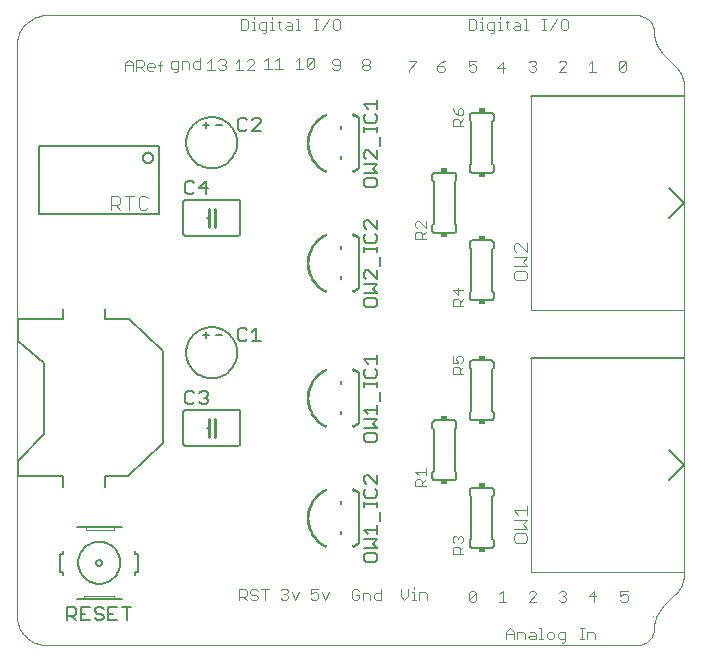
<source format=gto>
G75*
G70*
%OFA0B0*%
%FSLAX24Y24*%
%IPPOS*%
%LPD*%
%AMOC8*
5,1,8,0,0,1.08239X$1,22.5*
%
%ADD10C,0.0060*%
%ADD11C,0.0010*%
%ADD12C,0.0050*%
%ADD13C,0.0040*%
%ADD14C,0.0080*%
%ADD15R,0.0200X0.0150*%
%ADD16C,0.0030*%
%ADD17C,0.0000*%
%ADD18C,0.0100*%
%ADD19C,0.0039*%
%ADD20C,0.0020*%
D10*
X002937Y002487D02*
X003187Y002487D01*
X004187Y002487D01*
X004437Y002487D01*
X004887Y003287D02*
X004887Y003387D01*
X004987Y003387D01*
X004987Y003987D01*
X004887Y003987D01*
X004887Y004087D01*
X004437Y004887D02*
X004187Y004887D01*
X003237Y004887D01*
X002937Y004887D01*
X002487Y004087D02*
X002487Y003987D01*
X002387Y003987D01*
X002387Y003387D01*
X002487Y003387D01*
X002487Y003287D01*
X003587Y003687D02*
X003589Y003707D01*
X003595Y003725D01*
X003604Y003743D01*
X003616Y003758D01*
X003631Y003770D01*
X003649Y003779D01*
X003667Y003785D01*
X003687Y003787D01*
X003707Y003785D01*
X003725Y003779D01*
X003743Y003770D01*
X003758Y003758D01*
X003770Y003743D01*
X003779Y003725D01*
X003785Y003707D01*
X003787Y003687D01*
X003785Y003667D01*
X003779Y003649D01*
X003770Y003631D01*
X003758Y003616D01*
X003743Y003604D01*
X003725Y003595D01*
X003707Y003589D01*
X003687Y003587D01*
X003667Y003589D01*
X003649Y003595D01*
X003631Y003604D01*
X003616Y003616D01*
X003604Y003631D01*
X003595Y003649D01*
X003589Y003667D01*
X003587Y003687D01*
X002987Y003687D02*
X002989Y003739D01*
X002995Y003791D01*
X003005Y003843D01*
X003018Y003893D01*
X003035Y003943D01*
X003056Y003991D01*
X003081Y004037D01*
X003109Y004081D01*
X003140Y004123D01*
X003174Y004163D01*
X003211Y004200D01*
X003251Y004234D01*
X003293Y004265D01*
X003337Y004293D01*
X003383Y004318D01*
X003431Y004339D01*
X003481Y004356D01*
X003531Y004369D01*
X003583Y004379D01*
X003635Y004385D01*
X003687Y004387D01*
X003739Y004385D01*
X003791Y004379D01*
X003843Y004369D01*
X003893Y004356D01*
X003943Y004339D01*
X003991Y004318D01*
X004037Y004293D01*
X004081Y004265D01*
X004123Y004234D01*
X004163Y004200D01*
X004200Y004163D01*
X004234Y004123D01*
X004265Y004081D01*
X004293Y004037D01*
X004318Y003991D01*
X004339Y003943D01*
X004356Y003893D01*
X004369Y003843D01*
X004379Y003791D01*
X004385Y003739D01*
X004387Y003687D01*
X004385Y003635D01*
X004379Y003583D01*
X004369Y003531D01*
X004356Y003481D01*
X004339Y003431D01*
X004318Y003383D01*
X004293Y003337D01*
X004265Y003293D01*
X004234Y003251D01*
X004200Y003211D01*
X004163Y003174D01*
X004123Y003140D01*
X004081Y003109D01*
X004037Y003081D01*
X003991Y003056D01*
X003943Y003035D01*
X003893Y003018D01*
X003843Y003005D01*
X003791Y002995D01*
X003739Y002989D01*
X003687Y002987D01*
X003635Y002989D01*
X003583Y002995D01*
X003531Y003005D01*
X003481Y003018D01*
X003431Y003035D01*
X003383Y003056D01*
X003337Y003081D01*
X003293Y003109D01*
X003251Y003140D01*
X003211Y003174D01*
X003174Y003211D01*
X003140Y003251D01*
X003109Y003293D01*
X003081Y003337D01*
X003056Y003383D01*
X003035Y003431D01*
X003018Y003481D01*
X003005Y003531D01*
X002995Y003583D01*
X002989Y003635D01*
X002987Y003687D01*
X006587Y007587D02*
X008287Y007587D01*
X008304Y007589D01*
X008321Y007593D01*
X008337Y007600D01*
X008351Y007610D01*
X008364Y007623D01*
X008374Y007637D01*
X008381Y007653D01*
X008385Y007670D01*
X008387Y007687D01*
X008387Y008687D01*
X008385Y008704D01*
X008381Y008721D01*
X008374Y008737D01*
X008364Y008751D01*
X008351Y008764D01*
X008337Y008774D01*
X008321Y008781D01*
X008304Y008785D01*
X008287Y008787D01*
X006587Y008787D01*
X006570Y008785D01*
X006553Y008781D01*
X006537Y008774D01*
X006523Y008764D01*
X006510Y008751D01*
X006500Y008737D01*
X006493Y008721D01*
X006489Y008704D01*
X006487Y008687D01*
X006487Y007687D01*
X006489Y007670D01*
X006493Y007653D01*
X006500Y007637D01*
X006510Y007623D01*
X006523Y007610D01*
X006537Y007600D01*
X006553Y007593D01*
X006570Y007589D01*
X006587Y007587D01*
X007287Y008187D02*
X007337Y008187D01*
X007537Y008187D02*
X007587Y008187D01*
X006587Y010687D02*
X006589Y010745D01*
X006595Y010803D01*
X006605Y010860D01*
X006619Y010916D01*
X006636Y010972D01*
X006657Y011026D01*
X006682Y011078D01*
X006711Y011129D01*
X006743Y011177D01*
X006778Y011223D01*
X006816Y011267D01*
X006857Y011308D01*
X006901Y011346D01*
X006947Y011381D01*
X006995Y011413D01*
X007046Y011442D01*
X007098Y011467D01*
X007152Y011488D01*
X007208Y011505D01*
X007264Y011519D01*
X007321Y011529D01*
X007379Y011535D01*
X007437Y011537D01*
X007495Y011535D01*
X007553Y011529D01*
X007610Y011519D01*
X007666Y011505D01*
X007722Y011488D01*
X007776Y011467D01*
X007828Y011442D01*
X007879Y011413D01*
X007927Y011381D01*
X007973Y011346D01*
X008017Y011308D01*
X008058Y011267D01*
X008096Y011223D01*
X008131Y011177D01*
X008163Y011129D01*
X008192Y011078D01*
X008217Y011026D01*
X008238Y010972D01*
X008255Y010916D01*
X008269Y010860D01*
X008279Y010803D01*
X008285Y010745D01*
X008287Y010687D01*
X008285Y010629D01*
X008279Y010571D01*
X008269Y010514D01*
X008255Y010458D01*
X008238Y010402D01*
X008217Y010348D01*
X008192Y010296D01*
X008163Y010245D01*
X008131Y010197D01*
X008096Y010151D01*
X008058Y010107D01*
X008017Y010066D01*
X007973Y010028D01*
X007927Y009993D01*
X007879Y009961D01*
X007828Y009932D01*
X007776Y009907D01*
X007722Y009886D01*
X007666Y009869D01*
X007610Y009855D01*
X007553Y009845D01*
X007495Y009839D01*
X007437Y009837D01*
X007379Y009839D01*
X007321Y009845D01*
X007264Y009855D01*
X007208Y009869D01*
X007152Y009886D01*
X007098Y009907D01*
X007046Y009932D01*
X006995Y009961D01*
X006947Y009993D01*
X006901Y010028D01*
X006857Y010066D01*
X006816Y010107D01*
X006778Y010151D01*
X006743Y010197D01*
X006711Y010245D01*
X006682Y010296D01*
X006657Y010348D01*
X006636Y010402D01*
X006619Y010458D01*
X006605Y010514D01*
X006595Y010571D01*
X006589Y010629D01*
X006587Y010687D01*
X007137Y011287D02*
X007337Y011287D01*
X007237Y011187D02*
X007237Y011387D01*
X007587Y011287D02*
X007787Y011287D01*
X008287Y014587D02*
X006587Y014587D01*
X006570Y014589D01*
X006553Y014593D01*
X006537Y014600D01*
X006523Y014610D01*
X006510Y014623D01*
X006500Y014637D01*
X006493Y014653D01*
X006489Y014670D01*
X006487Y014687D01*
X006487Y015687D01*
X006489Y015704D01*
X006493Y015721D01*
X006500Y015737D01*
X006510Y015751D01*
X006523Y015764D01*
X006537Y015774D01*
X006553Y015781D01*
X006570Y015785D01*
X006587Y015787D01*
X008287Y015787D01*
X008304Y015785D01*
X008321Y015781D01*
X008337Y015774D01*
X008351Y015764D01*
X008364Y015751D01*
X008374Y015737D01*
X008381Y015721D01*
X008385Y015704D01*
X008387Y015687D01*
X008387Y014687D01*
X008385Y014670D01*
X008381Y014653D01*
X008374Y014637D01*
X008364Y014623D01*
X008351Y014610D01*
X008337Y014600D01*
X008321Y014593D01*
X008304Y014589D01*
X008287Y014587D01*
X007587Y015187D02*
X007537Y015187D01*
X007337Y015187D02*
X007287Y015187D01*
X006587Y017687D02*
X006589Y017745D01*
X006595Y017803D01*
X006605Y017860D01*
X006619Y017916D01*
X006636Y017972D01*
X006657Y018026D01*
X006682Y018078D01*
X006711Y018129D01*
X006743Y018177D01*
X006778Y018223D01*
X006816Y018267D01*
X006857Y018308D01*
X006901Y018346D01*
X006947Y018381D01*
X006995Y018413D01*
X007046Y018442D01*
X007098Y018467D01*
X007152Y018488D01*
X007208Y018505D01*
X007264Y018519D01*
X007321Y018529D01*
X007379Y018535D01*
X007437Y018537D01*
X007495Y018535D01*
X007553Y018529D01*
X007610Y018519D01*
X007666Y018505D01*
X007722Y018488D01*
X007776Y018467D01*
X007828Y018442D01*
X007879Y018413D01*
X007927Y018381D01*
X007973Y018346D01*
X008017Y018308D01*
X008058Y018267D01*
X008096Y018223D01*
X008131Y018177D01*
X008163Y018129D01*
X008192Y018078D01*
X008217Y018026D01*
X008238Y017972D01*
X008255Y017916D01*
X008269Y017860D01*
X008279Y017803D01*
X008285Y017745D01*
X008287Y017687D01*
X008285Y017629D01*
X008279Y017571D01*
X008269Y017514D01*
X008255Y017458D01*
X008238Y017402D01*
X008217Y017348D01*
X008192Y017296D01*
X008163Y017245D01*
X008131Y017197D01*
X008096Y017151D01*
X008058Y017107D01*
X008017Y017066D01*
X007973Y017028D01*
X007927Y016993D01*
X007879Y016961D01*
X007828Y016932D01*
X007776Y016907D01*
X007722Y016886D01*
X007666Y016869D01*
X007610Y016855D01*
X007553Y016845D01*
X007495Y016839D01*
X007437Y016837D01*
X007379Y016839D01*
X007321Y016845D01*
X007264Y016855D01*
X007208Y016869D01*
X007152Y016886D01*
X007098Y016907D01*
X007046Y016932D01*
X006995Y016961D01*
X006947Y016993D01*
X006901Y017028D01*
X006857Y017066D01*
X006816Y017107D01*
X006778Y017151D01*
X006743Y017197D01*
X006711Y017245D01*
X006682Y017296D01*
X006657Y017348D01*
X006636Y017402D01*
X006619Y017458D01*
X006605Y017514D01*
X006595Y017571D01*
X006589Y017629D01*
X006587Y017687D01*
X007137Y018287D02*
X007337Y018287D01*
X007237Y018187D02*
X007237Y018387D01*
X007587Y018287D02*
X007787Y018287D01*
X011737Y018240D02*
X011737Y018135D01*
X012337Y018512D02*
X012337Y016863D01*
X011737Y017135D02*
X011737Y017240D01*
X012337Y014512D02*
X012337Y012863D01*
X011737Y013135D02*
X011737Y013240D01*
X011737Y014135D02*
X011737Y014240D01*
X014787Y014787D02*
X014787Y014937D01*
X014837Y014987D01*
X014837Y016387D01*
X014787Y016437D01*
X014787Y016587D01*
X014789Y016604D01*
X014793Y016621D01*
X014800Y016637D01*
X014810Y016651D01*
X014823Y016664D01*
X014837Y016674D01*
X014853Y016681D01*
X014870Y016685D01*
X014887Y016687D01*
X015487Y016687D01*
X015504Y016685D01*
X015521Y016681D01*
X015537Y016674D01*
X015551Y016664D01*
X015564Y016651D01*
X015574Y016637D01*
X015581Y016621D01*
X015585Y016604D01*
X015587Y016587D01*
X015587Y016437D01*
X015537Y016387D01*
X015537Y014987D01*
X015587Y014937D01*
X015587Y014787D01*
X015585Y014770D01*
X015581Y014753D01*
X015574Y014737D01*
X015564Y014723D01*
X015551Y014710D01*
X015537Y014700D01*
X015521Y014693D01*
X015504Y014689D01*
X015487Y014687D01*
X014887Y014687D01*
X014870Y014689D01*
X014853Y014693D01*
X014837Y014700D01*
X014823Y014710D01*
X014810Y014723D01*
X014800Y014737D01*
X014793Y014753D01*
X014789Y014770D01*
X014787Y014787D01*
X016037Y014337D02*
X016037Y014187D01*
X016087Y014137D01*
X016087Y012737D01*
X016037Y012687D01*
X016037Y012537D01*
X016039Y012520D01*
X016043Y012503D01*
X016050Y012487D01*
X016060Y012473D01*
X016073Y012460D01*
X016087Y012450D01*
X016103Y012443D01*
X016120Y012439D01*
X016137Y012437D01*
X016737Y012437D01*
X016754Y012439D01*
X016771Y012443D01*
X016787Y012450D01*
X016801Y012460D01*
X016814Y012473D01*
X016824Y012487D01*
X016831Y012503D01*
X016835Y012520D01*
X016837Y012537D01*
X016837Y012687D01*
X016787Y012737D01*
X016787Y014137D01*
X016837Y014187D01*
X016837Y014337D01*
X016835Y014354D01*
X016831Y014371D01*
X016824Y014387D01*
X016814Y014401D01*
X016801Y014414D01*
X016787Y014424D01*
X016771Y014431D01*
X016754Y014435D01*
X016737Y014437D01*
X016137Y014437D01*
X016120Y014435D01*
X016103Y014431D01*
X016087Y014424D01*
X016073Y014414D01*
X016060Y014401D01*
X016050Y014387D01*
X016043Y014371D01*
X016039Y014354D01*
X016037Y014337D01*
X016137Y016687D02*
X016737Y016687D01*
X016754Y016689D01*
X016771Y016693D01*
X016787Y016700D01*
X016801Y016710D01*
X016814Y016723D01*
X016824Y016737D01*
X016831Y016753D01*
X016835Y016770D01*
X016837Y016787D01*
X016837Y016937D01*
X016787Y016987D01*
X016787Y018387D01*
X016837Y018437D01*
X016837Y018587D01*
X016835Y018604D01*
X016831Y018621D01*
X016824Y018637D01*
X016814Y018651D01*
X016801Y018664D01*
X016787Y018674D01*
X016771Y018681D01*
X016754Y018685D01*
X016737Y018687D01*
X016137Y018687D01*
X016120Y018685D01*
X016103Y018681D01*
X016087Y018674D01*
X016073Y018664D01*
X016060Y018651D01*
X016050Y018637D01*
X016043Y018621D01*
X016039Y018604D01*
X016037Y018587D01*
X016037Y018437D01*
X016087Y018387D01*
X016087Y016987D01*
X016037Y016937D01*
X016037Y016787D01*
X016039Y016770D01*
X016043Y016753D01*
X016050Y016737D01*
X016060Y016723D01*
X016073Y016710D01*
X016087Y016700D01*
X016103Y016693D01*
X016120Y016689D01*
X016137Y016687D01*
X016137Y010437D02*
X016737Y010437D01*
X016754Y010435D01*
X016771Y010431D01*
X016787Y010424D01*
X016801Y010414D01*
X016814Y010401D01*
X016824Y010387D01*
X016831Y010371D01*
X016835Y010354D01*
X016837Y010337D01*
X016837Y010187D01*
X016787Y010137D01*
X016787Y008737D01*
X016837Y008687D01*
X016837Y008537D01*
X016835Y008520D01*
X016831Y008503D01*
X016824Y008487D01*
X016814Y008473D01*
X016801Y008460D01*
X016787Y008450D01*
X016771Y008443D01*
X016754Y008439D01*
X016737Y008437D01*
X016137Y008437D01*
X016120Y008439D01*
X016103Y008443D01*
X016087Y008450D01*
X016073Y008460D01*
X016060Y008473D01*
X016050Y008487D01*
X016043Y008503D01*
X016039Y008520D01*
X016037Y008537D01*
X016037Y008687D01*
X016087Y008737D01*
X016087Y010137D01*
X016037Y010187D01*
X016037Y010337D01*
X016039Y010354D01*
X016043Y010371D01*
X016050Y010387D01*
X016060Y010401D01*
X016073Y010414D01*
X016087Y010424D01*
X016103Y010431D01*
X016120Y010435D01*
X016137Y010437D01*
X015487Y008437D02*
X014887Y008437D01*
X014870Y008435D01*
X014853Y008431D01*
X014837Y008424D01*
X014823Y008414D01*
X014810Y008401D01*
X014800Y008387D01*
X014793Y008371D01*
X014789Y008354D01*
X014787Y008337D01*
X014787Y008187D01*
X014837Y008137D01*
X014837Y006737D01*
X014787Y006687D01*
X014787Y006537D01*
X014789Y006520D01*
X014793Y006503D01*
X014800Y006487D01*
X014810Y006473D01*
X014823Y006460D01*
X014837Y006450D01*
X014853Y006443D01*
X014870Y006439D01*
X014887Y006437D01*
X015487Y006437D01*
X015504Y006439D01*
X015521Y006443D01*
X015537Y006450D01*
X015551Y006460D01*
X015564Y006473D01*
X015574Y006487D01*
X015581Y006503D01*
X015585Y006520D01*
X015587Y006537D01*
X015587Y006687D01*
X015537Y006737D01*
X015537Y008137D01*
X015587Y008187D01*
X015587Y008337D01*
X015585Y008354D01*
X015581Y008371D01*
X015574Y008387D01*
X015564Y008401D01*
X015551Y008414D01*
X015537Y008424D01*
X015521Y008431D01*
X015504Y008435D01*
X015487Y008437D01*
X016137Y006187D02*
X016737Y006187D01*
X016754Y006185D01*
X016771Y006181D01*
X016787Y006174D01*
X016801Y006164D01*
X016814Y006151D01*
X016824Y006137D01*
X016831Y006121D01*
X016835Y006104D01*
X016837Y006087D01*
X016837Y005937D01*
X016787Y005887D01*
X016787Y004487D01*
X016837Y004437D01*
X016837Y004287D01*
X016835Y004270D01*
X016831Y004253D01*
X016824Y004237D01*
X016814Y004223D01*
X016801Y004210D01*
X016787Y004200D01*
X016771Y004193D01*
X016754Y004189D01*
X016737Y004187D01*
X016137Y004187D01*
X016120Y004189D01*
X016103Y004193D01*
X016087Y004200D01*
X016073Y004210D01*
X016060Y004223D01*
X016050Y004237D01*
X016043Y004253D01*
X016039Y004270D01*
X016037Y004287D01*
X016037Y004437D01*
X016087Y004487D01*
X016087Y005887D01*
X016037Y005937D01*
X016037Y006087D01*
X016039Y006104D01*
X016043Y006121D01*
X016050Y006137D01*
X016060Y006151D01*
X016073Y006164D01*
X016087Y006174D01*
X016103Y006181D01*
X016120Y006185D01*
X016137Y006187D01*
X012337Y006012D02*
X012337Y004363D01*
X011737Y004635D02*
X011737Y004740D01*
X011737Y005635D02*
X011737Y005740D01*
X012337Y008363D02*
X012337Y010012D01*
X011737Y009740D02*
X011737Y009635D01*
X011737Y008740D02*
X011737Y008635D01*
D11*
X012149Y008217D02*
X012128Y008262D01*
X012178Y008287D01*
X012226Y008315D01*
X012273Y008346D01*
X012318Y008379D01*
X012348Y008340D01*
X012349Y008340D01*
X012301Y008305D01*
X012252Y008273D01*
X012202Y008243D01*
X012149Y008217D01*
X012146Y008225D01*
X012197Y008251D01*
X012248Y008280D01*
X012296Y008312D01*
X012343Y008347D01*
X012337Y008354D01*
X012291Y008320D01*
X012243Y008288D01*
X012193Y008259D01*
X012142Y008233D01*
X012138Y008241D01*
X012189Y008267D01*
X012238Y008296D01*
X012286Y008327D01*
X012332Y008361D01*
X012326Y008368D01*
X012281Y008334D01*
X012233Y008303D01*
X012184Y008275D01*
X012134Y008249D01*
X012130Y008257D01*
X012180Y008283D01*
X012229Y008311D01*
X012276Y008342D01*
X012321Y008375D01*
X011225Y010157D02*
X011246Y010112D01*
X011190Y010084D01*
X011137Y010052D01*
X011085Y010017D01*
X011036Y009979D01*
X010989Y009938D01*
X010945Y009894D01*
X010903Y009847D01*
X010864Y009798D01*
X010829Y009747D01*
X010796Y009694D01*
X010767Y009639D01*
X010741Y009582D01*
X010719Y009524D01*
X010700Y009464D01*
X010685Y009404D01*
X010674Y009342D01*
X010666Y009280D01*
X010662Y009218D01*
X010662Y009156D01*
X010666Y009094D01*
X010674Y009032D01*
X010685Y008970D01*
X010700Y008910D01*
X010719Y008850D01*
X010741Y008792D01*
X010767Y008735D01*
X010796Y008680D01*
X010829Y008627D01*
X010864Y008576D01*
X010903Y008527D01*
X010945Y008480D01*
X010989Y008436D01*
X011036Y008395D01*
X011085Y008357D01*
X011137Y008322D01*
X011190Y008290D01*
X011246Y008262D01*
X011225Y008217D01*
X011168Y008246D01*
X011113Y008278D01*
X011060Y008314D01*
X011010Y008352D01*
X010961Y008394D01*
X010916Y008438D01*
X010873Y008485D01*
X010833Y008535D01*
X010795Y008586D01*
X010761Y008640D01*
X010731Y008696D01*
X010703Y008754D01*
X010679Y008813D01*
X010659Y008873D01*
X010642Y008935D01*
X010629Y008997D01*
X010620Y009060D01*
X010614Y009123D01*
X010612Y009187D01*
X010614Y009251D01*
X010620Y009314D01*
X010629Y009377D01*
X010642Y009439D01*
X010659Y009501D01*
X010679Y009561D01*
X010703Y009620D01*
X010731Y009678D01*
X010761Y009734D01*
X010795Y009788D01*
X010833Y009839D01*
X010873Y009889D01*
X010916Y009936D01*
X010961Y009980D01*
X011010Y010022D01*
X011060Y010060D01*
X011113Y010096D01*
X011168Y010128D01*
X011225Y010157D01*
X011228Y010149D01*
X011171Y010120D01*
X011115Y010087D01*
X011061Y010050D01*
X011010Y010010D01*
X010961Y009968D01*
X010915Y009922D01*
X010872Y009874D01*
X010831Y009823D01*
X010794Y009770D01*
X010761Y009714D01*
X010730Y009657D01*
X010703Y009598D01*
X010680Y009537D01*
X010661Y009475D01*
X010645Y009412D01*
X010633Y009349D01*
X010625Y009284D01*
X010621Y009219D01*
X010621Y009155D01*
X010625Y009090D01*
X010633Y009025D01*
X010645Y008962D01*
X010661Y008899D01*
X010680Y008837D01*
X010703Y008776D01*
X010730Y008717D01*
X010761Y008660D01*
X010794Y008604D01*
X010831Y008551D01*
X010872Y008500D01*
X010915Y008452D01*
X010961Y008406D01*
X011010Y008364D01*
X011061Y008324D01*
X011115Y008287D01*
X011171Y008254D01*
X011228Y008225D01*
X011232Y008233D01*
X011175Y008262D01*
X011120Y008295D01*
X011067Y008331D01*
X011016Y008371D01*
X010967Y008413D01*
X010921Y008458D01*
X010879Y008506D01*
X010839Y008556D01*
X010802Y008609D01*
X010768Y008664D01*
X010738Y008721D01*
X010712Y008780D01*
X010689Y008840D01*
X010669Y008901D01*
X010654Y008964D01*
X010642Y009027D01*
X010634Y009091D01*
X010630Y009155D01*
X010630Y009219D01*
X010634Y009283D01*
X010642Y009347D01*
X010654Y009410D01*
X010669Y009473D01*
X010689Y009534D01*
X010712Y009594D01*
X010738Y009653D01*
X010768Y009710D01*
X010802Y009765D01*
X010839Y009818D01*
X010879Y009868D01*
X010921Y009916D01*
X010967Y009961D01*
X011016Y010003D01*
X011067Y010043D01*
X011120Y010079D01*
X011175Y010112D01*
X011232Y010141D01*
X011236Y010133D01*
X011179Y010104D01*
X011125Y010071D01*
X011072Y010035D01*
X011021Y009996D01*
X010973Y009954D01*
X010928Y009910D01*
X010885Y009862D01*
X010846Y009812D01*
X010809Y009760D01*
X010776Y009705D01*
X010746Y009649D01*
X010720Y009591D01*
X010697Y009531D01*
X010678Y009470D01*
X010663Y009409D01*
X010651Y009346D01*
X010643Y009283D01*
X010639Y009219D01*
X010639Y009155D01*
X010643Y009091D01*
X010651Y009028D01*
X010663Y008965D01*
X010678Y008904D01*
X010697Y008843D01*
X010720Y008783D01*
X010746Y008725D01*
X010776Y008669D01*
X010809Y008614D01*
X010846Y008562D01*
X010885Y008512D01*
X010928Y008464D01*
X010973Y008420D01*
X011021Y008378D01*
X011072Y008339D01*
X011125Y008303D01*
X011179Y008270D01*
X011236Y008241D01*
X011240Y008249D01*
X011184Y008278D01*
X011129Y008310D01*
X011077Y008346D01*
X011027Y008385D01*
X010979Y008426D01*
X010934Y008471D01*
X010892Y008518D01*
X010853Y008567D01*
X010817Y008619D01*
X010784Y008673D01*
X010754Y008729D01*
X010728Y008787D01*
X010706Y008846D01*
X010687Y008906D01*
X010671Y008967D01*
X010660Y009030D01*
X010652Y009092D01*
X010648Y009155D01*
X010648Y009219D01*
X010652Y009282D01*
X010660Y009344D01*
X010671Y009407D01*
X010687Y009468D01*
X010706Y009528D01*
X010728Y009587D01*
X010754Y009645D01*
X010784Y009701D01*
X010817Y009755D01*
X010853Y009807D01*
X010892Y009856D01*
X010934Y009903D01*
X010979Y009948D01*
X011027Y009989D01*
X011077Y010028D01*
X011129Y010064D01*
X011184Y010096D01*
X011240Y010125D01*
X011244Y010117D01*
X011188Y010088D01*
X011134Y010056D01*
X011082Y010021D01*
X011033Y009983D01*
X010986Y009941D01*
X010941Y009897D01*
X010899Y009850D01*
X010860Y009801D01*
X010824Y009750D01*
X010792Y009696D01*
X010762Y009641D01*
X010737Y009584D01*
X010714Y009525D01*
X010695Y009466D01*
X010680Y009405D01*
X010669Y009343D01*
X010661Y009281D01*
X010657Y009218D01*
X010657Y009156D01*
X010661Y009093D01*
X010669Y009031D01*
X010680Y008969D01*
X010695Y008908D01*
X010714Y008849D01*
X010737Y008790D01*
X010762Y008733D01*
X010792Y008678D01*
X010824Y008624D01*
X010860Y008573D01*
X010899Y008524D01*
X010941Y008477D01*
X010986Y008433D01*
X011033Y008391D01*
X011082Y008353D01*
X011134Y008318D01*
X011188Y008286D01*
X011244Y008257D01*
X012348Y010035D02*
X012317Y009996D01*
X012318Y009996D02*
X012271Y010031D01*
X012222Y010062D01*
X012171Y010091D01*
X012119Y010118D01*
X012139Y010163D01*
X012140Y010163D01*
X012195Y010136D01*
X012248Y010105D01*
X012299Y010072D01*
X012349Y010035D01*
X012343Y010028D01*
X012294Y010064D01*
X012243Y010097D01*
X012190Y010128D01*
X012136Y010155D01*
X012132Y010147D01*
X012186Y010120D01*
X012238Y010090D01*
X012289Y010057D01*
X012337Y010021D01*
X012332Y010014D01*
X012284Y010050D01*
X012234Y010082D01*
X012182Y010112D01*
X012128Y010138D01*
X012125Y010130D01*
X012178Y010104D01*
X012229Y010074D01*
X012279Y010042D01*
X012326Y010007D01*
X012321Y010000D01*
X012273Y010035D01*
X012224Y010067D01*
X012173Y010096D01*
X012121Y010122D01*
X012149Y012717D02*
X012128Y012762D01*
X012178Y012787D01*
X012226Y012815D01*
X012273Y012846D01*
X012318Y012879D01*
X012348Y012840D01*
X012349Y012840D01*
X012301Y012805D01*
X012252Y012773D01*
X012202Y012743D01*
X012149Y012717D01*
X012146Y012725D01*
X012197Y012751D01*
X012248Y012780D01*
X012296Y012812D01*
X012343Y012847D01*
X012337Y012854D01*
X012291Y012820D01*
X012243Y012788D01*
X012193Y012759D01*
X012142Y012733D01*
X012138Y012741D01*
X012189Y012767D01*
X012238Y012796D01*
X012286Y012827D01*
X012332Y012861D01*
X012326Y012868D01*
X012281Y012834D01*
X012233Y012803D01*
X012184Y012775D01*
X012134Y012749D01*
X012130Y012757D01*
X012180Y012783D01*
X012229Y012811D01*
X012276Y012842D01*
X012321Y012875D01*
X011225Y014657D02*
X011246Y014612D01*
X011190Y014584D01*
X011137Y014552D01*
X011085Y014517D01*
X011036Y014479D01*
X010989Y014438D01*
X010945Y014394D01*
X010903Y014347D01*
X010864Y014298D01*
X010829Y014247D01*
X010796Y014194D01*
X010767Y014139D01*
X010741Y014082D01*
X010719Y014024D01*
X010700Y013964D01*
X010685Y013904D01*
X010674Y013842D01*
X010666Y013780D01*
X010662Y013718D01*
X010662Y013656D01*
X010666Y013594D01*
X010674Y013532D01*
X010685Y013470D01*
X010700Y013410D01*
X010719Y013350D01*
X010741Y013292D01*
X010767Y013235D01*
X010796Y013180D01*
X010829Y013127D01*
X010864Y013076D01*
X010903Y013027D01*
X010945Y012980D01*
X010989Y012936D01*
X011036Y012895D01*
X011085Y012857D01*
X011137Y012822D01*
X011190Y012790D01*
X011246Y012762D01*
X011225Y012717D01*
X011168Y012746D01*
X011113Y012778D01*
X011060Y012814D01*
X011010Y012852D01*
X010961Y012894D01*
X010916Y012938D01*
X010873Y012985D01*
X010833Y013035D01*
X010795Y013086D01*
X010761Y013140D01*
X010731Y013196D01*
X010703Y013254D01*
X010679Y013313D01*
X010659Y013373D01*
X010642Y013435D01*
X010629Y013497D01*
X010620Y013560D01*
X010614Y013623D01*
X010612Y013687D01*
X010614Y013751D01*
X010620Y013814D01*
X010629Y013877D01*
X010642Y013939D01*
X010659Y014001D01*
X010679Y014061D01*
X010703Y014120D01*
X010731Y014178D01*
X010761Y014234D01*
X010795Y014288D01*
X010833Y014339D01*
X010873Y014389D01*
X010916Y014436D01*
X010961Y014480D01*
X011010Y014522D01*
X011060Y014560D01*
X011113Y014596D01*
X011168Y014628D01*
X011225Y014657D01*
X011228Y014649D01*
X011171Y014620D01*
X011115Y014587D01*
X011061Y014550D01*
X011010Y014510D01*
X010961Y014468D01*
X010915Y014422D01*
X010872Y014374D01*
X010831Y014323D01*
X010794Y014270D01*
X010761Y014214D01*
X010730Y014157D01*
X010703Y014098D01*
X010680Y014037D01*
X010661Y013975D01*
X010645Y013912D01*
X010633Y013849D01*
X010625Y013784D01*
X010621Y013719D01*
X010621Y013655D01*
X010625Y013590D01*
X010633Y013525D01*
X010645Y013462D01*
X010661Y013399D01*
X010680Y013337D01*
X010703Y013276D01*
X010730Y013217D01*
X010761Y013160D01*
X010794Y013104D01*
X010831Y013051D01*
X010872Y013000D01*
X010915Y012952D01*
X010961Y012906D01*
X011010Y012864D01*
X011061Y012824D01*
X011115Y012787D01*
X011171Y012754D01*
X011228Y012725D01*
X011232Y012733D01*
X011175Y012762D01*
X011120Y012795D01*
X011067Y012831D01*
X011016Y012871D01*
X010967Y012913D01*
X010921Y012958D01*
X010879Y013006D01*
X010839Y013056D01*
X010802Y013109D01*
X010768Y013164D01*
X010738Y013221D01*
X010712Y013280D01*
X010689Y013340D01*
X010669Y013401D01*
X010654Y013464D01*
X010642Y013527D01*
X010634Y013591D01*
X010630Y013655D01*
X010630Y013719D01*
X010634Y013783D01*
X010642Y013847D01*
X010654Y013910D01*
X010669Y013973D01*
X010689Y014034D01*
X010712Y014094D01*
X010738Y014153D01*
X010768Y014210D01*
X010802Y014265D01*
X010839Y014318D01*
X010879Y014368D01*
X010921Y014416D01*
X010967Y014461D01*
X011016Y014503D01*
X011067Y014543D01*
X011120Y014579D01*
X011175Y014612D01*
X011232Y014641D01*
X011236Y014633D01*
X011179Y014604D01*
X011125Y014571D01*
X011072Y014535D01*
X011021Y014496D01*
X010973Y014454D01*
X010928Y014410D01*
X010885Y014362D01*
X010846Y014312D01*
X010809Y014260D01*
X010776Y014205D01*
X010746Y014149D01*
X010720Y014091D01*
X010697Y014031D01*
X010678Y013970D01*
X010663Y013909D01*
X010651Y013846D01*
X010643Y013783D01*
X010639Y013719D01*
X010639Y013655D01*
X010643Y013591D01*
X010651Y013528D01*
X010663Y013465D01*
X010678Y013404D01*
X010697Y013343D01*
X010720Y013283D01*
X010746Y013225D01*
X010776Y013169D01*
X010809Y013114D01*
X010846Y013062D01*
X010885Y013012D01*
X010928Y012964D01*
X010973Y012920D01*
X011021Y012878D01*
X011072Y012839D01*
X011125Y012803D01*
X011179Y012770D01*
X011236Y012741D01*
X011240Y012749D01*
X011184Y012778D01*
X011129Y012810D01*
X011077Y012846D01*
X011027Y012885D01*
X010979Y012926D01*
X010934Y012971D01*
X010892Y013018D01*
X010853Y013067D01*
X010817Y013119D01*
X010784Y013173D01*
X010754Y013229D01*
X010728Y013287D01*
X010706Y013346D01*
X010687Y013406D01*
X010671Y013467D01*
X010660Y013530D01*
X010652Y013592D01*
X010648Y013655D01*
X010648Y013719D01*
X010652Y013782D01*
X010660Y013844D01*
X010671Y013907D01*
X010687Y013968D01*
X010706Y014028D01*
X010728Y014087D01*
X010754Y014145D01*
X010784Y014201D01*
X010817Y014255D01*
X010853Y014307D01*
X010892Y014356D01*
X010934Y014403D01*
X010979Y014448D01*
X011027Y014489D01*
X011077Y014528D01*
X011129Y014564D01*
X011184Y014596D01*
X011240Y014625D01*
X011244Y014617D01*
X011188Y014588D01*
X011134Y014556D01*
X011082Y014521D01*
X011033Y014483D01*
X010986Y014441D01*
X010941Y014397D01*
X010899Y014350D01*
X010860Y014301D01*
X010824Y014250D01*
X010792Y014196D01*
X010762Y014141D01*
X010737Y014084D01*
X010714Y014025D01*
X010695Y013966D01*
X010680Y013905D01*
X010669Y013843D01*
X010661Y013781D01*
X010657Y013718D01*
X010657Y013656D01*
X010661Y013593D01*
X010669Y013531D01*
X010680Y013469D01*
X010695Y013408D01*
X010714Y013349D01*
X010737Y013290D01*
X010762Y013233D01*
X010792Y013178D01*
X010824Y013124D01*
X010860Y013073D01*
X010899Y013024D01*
X010941Y012977D01*
X010986Y012933D01*
X011033Y012891D01*
X011082Y012853D01*
X011134Y012818D01*
X011188Y012786D01*
X011244Y012757D01*
X012348Y014535D02*
X012317Y014496D01*
X012318Y014496D02*
X012271Y014531D01*
X012222Y014562D01*
X012171Y014591D01*
X012119Y014618D01*
X012139Y014663D01*
X012140Y014663D01*
X012195Y014636D01*
X012248Y014605D01*
X012299Y014572D01*
X012349Y014535D01*
X012343Y014528D01*
X012294Y014564D01*
X012243Y014597D01*
X012190Y014628D01*
X012136Y014655D01*
X012132Y014647D01*
X012186Y014620D01*
X012238Y014590D01*
X012289Y014557D01*
X012337Y014521D01*
X012332Y014514D01*
X012284Y014550D01*
X012234Y014582D01*
X012182Y014612D01*
X012128Y014638D01*
X012125Y014630D01*
X012178Y014604D01*
X012229Y014574D01*
X012279Y014542D01*
X012326Y014507D01*
X012321Y014500D01*
X012273Y014535D01*
X012224Y014567D01*
X012173Y014596D01*
X012121Y014622D01*
X012149Y016717D02*
X012128Y016762D01*
X012178Y016787D01*
X012226Y016815D01*
X012273Y016846D01*
X012318Y016879D01*
X012348Y016840D01*
X012349Y016840D01*
X012301Y016805D01*
X012252Y016773D01*
X012202Y016743D01*
X012149Y016717D01*
X012146Y016725D01*
X012197Y016751D01*
X012248Y016780D01*
X012296Y016812D01*
X012343Y016847D01*
X012337Y016854D01*
X012291Y016820D01*
X012243Y016788D01*
X012193Y016759D01*
X012142Y016733D01*
X012138Y016741D01*
X012189Y016767D01*
X012238Y016796D01*
X012286Y016827D01*
X012332Y016861D01*
X012326Y016868D01*
X012281Y016834D01*
X012233Y016803D01*
X012184Y016775D01*
X012134Y016749D01*
X012130Y016757D01*
X012180Y016783D01*
X012229Y016811D01*
X012276Y016842D01*
X012321Y016875D01*
X011225Y018657D02*
X011246Y018612D01*
X011190Y018584D01*
X011137Y018552D01*
X011085Y018517D01*
X011036Y018479D01*
X010989Y018438D01*
X010945Y018394D01*
X010903Y018347D01*
X010864Y018298D01*
X010829Y018247D01*
X010796Y018194D01*
X010767Y018139D01*
X010741Y018082D01*
X010719Y018024D01*
X010700Y017964D01*
X010685Y017904D01*
X010674Y017842D01*
X010666Y017780D01*
X010662Y017718D01*
X010662Y017656D01*
X010666Y017594D01*
X010674Y017532D01*
X010685Y017470D01*
X010700Y017410D01*
X010719Y017350D01*
X010741Y017292D01*
X010767Y017235D01*
X010796Y017180D01*
X010829Y017127D01*
X010864Y017076D01*
X010903Y017027D01*
X010945Y016980D01*
X010989Y016936D01*
X011036Y016895D01*
X011085Y016857D01*
X011137Y016822D01*
X011190Y016790D01*
X011246Y016762D01*
X011225Y016717D01*
X011168Y016746D01*
X011113Y016778D01*
X011060Y016814D01*
X011010Y016852D01*
X010961Y016894D01*
X010916Y016938D01*
X010873Y016985D01*
X010833Y017035D01*
X010795Y017086D01*
X010761Y017140D01*
X010731Y017196D01*
X010703Y017254D01*
X010679Y017313D01*
X010659Y017373D01*
X010642Y017435D01*
X010629Y017497D01*
X010620Y017560D01*
X010614Y017623D01*
X010612Y017687D01*
X010614Y017751D01*
X010620Y017814D01*
X010629Y017877D01*
X010642Y017939D01*
X010659Y018001D01*
X010679Y018061D01*
X010703Y018120D01*
X010731Y018178D01*
X010761Y018234D01*
X010795Y018288D01*
X010833Y018339D01*
X010873Y018389D01*
X010916Y018436D01*
X010961Y018480D01*
X011010Y018522D01*
X011060Y018560D01*
X011113Y018596D01*
X011168Y018628D01*
X011225Y018657D01*
X011228Y018649D01*
X011171Y018620D01*
X011115Y018587D01*
X011061Y018550D01*
X011010Y018510D01*
X010961Y018468D01*
X010915Y018422D01*
X010872Y018374D01*
X010831Y018323D01*
X010794Y018270D01*
X010761Y018214D01*
X010730Y018157D01*
X010703Y018098D01*
X010680Y018037D01*
X010661Y017975D01*
X010645Y017912D01*
X010633Y017849D01*
X010625Y017784D01*
X010621Y017719D01*
X010621Y017655D01*
X010625Y017590D01*
X010633Y017525D01*
X010645Y017462D01*
X010661Y017399D01*
X010680Y017337D01*
X010703Y017276D01*
X010730Y017217D01*
X010761Y017160D01*
X010794Y017104D01*
X010831Y017051D01*
X010872Y017000D01*
X010915Y016952D01*
X010961Y016906D01*
X011010Y016864D01*
X011061Y016824D01*
X011115Y016787D01*
X011171Y016754D01*
X011228Y016725D01*
X011232Y016733D01*
X011175Y016762D01*
X011120Y016795D01*
X011067Y016831D01*
X011016Y016871D01*
X010967Y016913D01*
X010921Y016958D01*
X010879Y017006D01*
X010839Y017056D01*
X010802Y017109D01*
X010768Y017164D01*
X010738Y017221D01*
X010712Y017280D01*
X010689Y017340D01*
X010669Y017401D01*
X010654Y017464D01*
X010642Y017527D01*
X010634Y017591D01*
X010630Y017655D01*
X010630Y017719D01*
X010634Y017783D01*
X010642Y017847D01*
X010654Y017910D01*
X010669Y017973D01*
X010689Y018034D01*
X010712Y018094D01*
X010738Y018153D01*
X010768Y018210D01*
X010802Y018265D01*
X010839Y018318D01*
X010879Y018368D01*
X010921Y018416D01*
X010967Y018461D01*
X011016Y018503D01*
X011067Y018543D01*
X011120Y018579D01*
X011175Y018612D01*
X011232Y018641D01*
X011236Y018633D01*
X011179Y018604D01*
X011125Y018571D01*
X011072Y018535D01*
X011021Y018496D01*
X010973Y018454D01*
X010928Y018410D01*
X010885Y018362D01*
X010846Y018312D01*
X010809Y018260D01*
X010776Y018205D01*
X010746Y018149D01*
X010720Y018091D01*
X010697Y018031D01*
X010678Y017970D01*
X010663Y017909D01*
X010651Y017846D01*
X010643Y017783D01*
X010639Y017719D01*
X010639Y017655D01*
X010643Y017591D01*
X010651Y017528D01*
X010663Y017465D01*
X010678Y017404D01*
X010697Y017343D01*
X010720Y017283D01*
X010746Y017225D01*
X010776Y017169D01*
X010809Y017114D01*
X010846Y017062D01*
X010885Y017012D01*
X010928Y016964D01*
X010973Y016920D01*
X011021Y016878D01*
X011072Y016839D01*
X011125Y016803D01*
X011179Y016770D01*
X011236Y016741D01*
X011240Y016749D01*
X011184Y016778D01*
X011129Y016810D01*
X011077Y016846D01*
X011027Y016885D01*
X010979Y016926D01*
X010934Y016971D01*
X010892Y017018D01*
X010853Y017067D01*
X010817Y017119D01*
X010784Y017173D01*
X010754Y017229D01*
X010728Y017287D01*
X010706Y017346D01*
X010687Y017406D01*
X010671Y017467D01*
X010660Y017530D01*
X010652Y017592D01*
X010648Y017655D01*
X010648Y017719D01*
X010652Y017782D01*
X010660Y017844D01*
X010671Y017907D01*
X010687Y017968D01*
X010706Y018028D01*
X010728Y018087D01*
X010754Y018145D01*
X010784Y018201D01*
X010817Y018255D01*
X010853Y018307D01*
X010892Y018356D01*
X010934Y018403D01*
X010979Y018448D01*
X011027Y018489D01*
X011077Y018528D01*
X011129Y018564D01*
X011184Y018596D01*
X011240Y018625D01*
X011244Y018617D01*
X011188Y018588D01*
X011134Y018556D01*
X011082Y018521D01*
X011033Y018483D01*
X010986Y018441D01*
X010941Y018397D01*
X010899Y018350D01*
X010860Y018301D01*
X010824Y018250D01*
X010792Y018196D01*
X010762Y018141D01*
X010737Y018084D01*
X010714Y018025D01*
X010695Y017966D01*
X010680Y017905D01*
X010669Y017843D01*
X010661Y017781D01*
X010657Y017718D01*
X010657Y017656D01*
X010661Y017593D01*
X010669Y017531D01*
X010680Y017469D01*
X010695Y017408D01*
X010714Y017349D01*
X010737Y017290D01*
X010762Y017233D01*
X010792Y017178D01*
X010824Y017124D01*
X010860Y017073D01*
X010899Y017024D01*
X010941Y016977D01*
X010986Y016933D01*
X011033Y016891D01*
X011082Y016853D01*
X011134Y016818D01*
X011188Y016786D01*
X011244Y016757D01*
X012348Y018535D02*
X012317Y018496D01*
X012318Y018496D02*
X012271Y018531D01*
X012222Y018562D01*
X012171Y018591D01*
X012119Y018618D01*
X012139Y018663D01*
X012140Y018663D01*
X012195Y018636D01*
X012248Y018605D01*
X012299Y018572D01*
X012349Y018535D01*
X012343Y018528D01*
X012294Y018564D01*
X012243Y018597D01*
X012190Y018628D01*
X012136Y018655D01*
X012132Y018647D01*
X012186Y018620D01*
X012238Y018590D01*
X012289Y018557D01*
X012337Y018521D01*
X012332Y018514D01*
X012284Y018550D01*
X012234Y018582D01*
X012182Y018612D01*
X012128Y018638D01*
X012125Y018630D01*
X012178Y018604D01*
X012229Y018574D01*
X012279Y018542D01*
X012326Y018507D01*
X012321Y018500D01*
X012273Y018535D01*
X012224Y018567D01*
X012173Y018596D01*
X012121Y018622D01*
X012348Y006035D02*
X012317Y005996D01*
X012318Y005996D02*
X012271Y006031D01*
X012222Y006062D01*
X012171Y006091D01*
X012119Y006118D01*
X012139Y006163D01*
X012140Y006163D01*
X012195Y006136D01*
X012248Y006105D01*
X012299Y006072D01*
X012349Y006035D01*
X012343Y006028D01*
X012294Y006064D01*
X012243Y006097D01*
X012190Y006128D01*
X012136Y006155D01*
X012132Y006147D01*
X012186Y006120D01*
X012238Y006090D01*
X012289Y006057D01*
X012337Y006021D01*
X012332Y006014D01*
X012284Y006050D01*
X012234Y006082D01*
X012182Y006112D01*
X012128Y006138D01*
X012125Y006130D01*
X012178Y006104D01*
X012229Y006074D01*
X012279Y006042D01*
X012326Y006007D01*
X012321Y006000D01*
X012273Y006035D01*
X012224Y006067D01*
X012173Y006096D01*
X012121Y006122D01*
X011225Y006157D02*
X011246Y006112D01*
X011190Y006084D01*
X011137Y006052D01*
X011085Y006017D01*
X011036Y005979D01*
X010989Y005938D01*
X010945Y005894D01*
X010903Y005847D01*
X010864Y005798D01*
X010829Y005747D01*
X010796Y005694D01*
X010767Y005639D01*
X010741Y005582D01*
X010719Y005524D01*
X010700Y005464D01*
X010685Y005404D01*
X010674Y005342D01*
X010666Y005280D01*
X010662Y005218D01*
X010662Y005156D01*
X010666Y005094D01*
X010674Y005032D01*
X010685Y004970D01*
X010700Y004910D01*
X010719Y004850D01*
X010741Y004792D01*
X010767Y004735D01*
X010796Y004680D01*
X010829Y004627D01*
X010864Y004576D01*
X010903Y004527D01*
X010945Y004480D01*
X010989Y004436D01*
X011036Y004395D01*
X011085Y004357D01*
X011137Y004322D01*
X011190Y004290D01*
X011246Y004262D01*
X011225Y004217D01*
X011168Y004246D01*
X011113Y004278D01*
X011060Y004314D01*
X011010Y004352D01*
X010961Y004394D01*
X010916Y004438D01*
X010873Y004485D01*
X010833Y004535D01*
X010795Y004586D01*
X010761Y004640D01*
X010731Y004696D01*
X010703Y004754D01*
X010679Y004813D01*
X010659Y004873D01*
X010642Y004935D01*
X010629Y004997D01*
X010620Y005060D01*
X010614Y005123D01*
X010612Y005187D01*
X010614Y005251D01*
X010620Y005314D01*
X010629Y005377D01*
X010642Y005439D01*
X010659Y005501D01*
X010679Y005561D01*
X010703Y005620D01*
X010731Y005678D01*
X010761Y005734D01*
X010795Y005788D01*
X010833Y005839D01*
X010873Y005889D01*
X010916Y005936D01*
X010961Y005980D01*
X011010Y006022D01*
X011060Y006060D01*
X011113Y006096D01*
X011168Y006128D01*
X011225Y006157D01*
X011228Y006149D01*
X011171Y006120D01*
X011115Y006087D01*
X011061Y006050D01*
X011010Y006010D01*
X010961Y005968D01*
X010915Y005922D01*
X010872Y005874D01*
X010831Y005823D01*
X010794Y005770D01*
X010761Y005714D01*
X010730Y005657D01*
X010703Y005598D01*
X010680Y005537D01*
X010661Y005475D01*
X010645Y005412D01*
X010633Y005349D01*
X010625Y005284D01*
X010621Y005219D01*
X010621Y005155D01*
X010625Y005090D01*
X010633Y005025D01*
X010645Y004962D01*
X010661Y004899D01*
X010680Y004837D01*
X010703Y004776D01*
X010730Y004717D01*
X010761Y004660D01*
X010794Y004604D01*
X010831Y004551D01*
X010872Y004500D01*
X010915Y004452D01*
X010961Y004406D01*
X011010Y004364D01*
X011061Y004324D01*
X011115Y004287D01*
X011171Y004254D01*
X011228Y004225D01*
X011232Y004233D01*
X011175Y004262D01*
X011120Y004295D01*
X011067Y004331D01*
X011016Y004371D01*
X010967Y004413D01*
X010921Y004458D01*
X010879Y004506D01*
X010839Y004556D01*
X010802Y004609D01*
X010768Y004664D01*
X010738Y004721D01*
X010712Y004780D01*
X010689Y004840D01*
X010669Y004901D01*
X010654Y004964D01*
X010642Y005027D01*
X010634Y005091D01*
X010630Y005155D01*
X010630Y005219D01*
X010634Y005283D01*
X010642Y005347D01*
X010654Y005410D01*
X010669Y005473D01*
X010689Y005534D01*
X010712Y005594D01*
X010738Y005653D01*
X010768Y005710D01*
X010802Y005765D01*
X010839Y005818D01*
X010879Y005868D01*
X010921Y005916D01*
X010967Y005961D01*
X011016Y006003D01*
X011067Y006043D01*
X011120Y006079D01*
X011175Y006112D01*
X011232Y006141D01*
X011236Y006133D01*
X011179Y006104D01*
X011125Y006071D01*
X011072Y006035D01*
X011021Y005996D01*
X010973Y005954D01*
X010928Y005910D01*
X010885Y005862D01*
X010846Y005812D01*
X010809Y005760D01*
X010776Y005705D01*
X010746Y005649D01*
X010720Y005591D01*
X010697Y005531D01*
X010678Y005470D01*
X010663Y005409D01*
X010651Y005346D01*
X010643Y005283D01*
X010639Y005219D01*
X010639Y005155D01*
X010643Y005091D01*
X010651Y005028D01*
X010663Y004965D01*
X010678Y004904D01*
X010697Y004843D01*
X010720Y004783D01*
X010746Y004725D01*
X010776Y004669D01*
X010809Y004614D01*
X010846Y004562D01*
X010885Y004512D01*
X010928Y004464D01*
X010973Y004420D01*
X011021Y004378D01*
X011072Y004339D01*
X011125Y004303D01*
X011179Y004270D01*
X011236Y004241D01*
X011240Y004249D01*
X011184Y004278D01*
X011129Y004310D01*
X011077Y004346D01*
X011027Y004385D01*
X010979Y004426D01*
X010934Y004471D01*
X010892Y004518D01*
X010853Y004567D01*
X010817Y004619D01*
X010784Y004673D01*
X010754Y004729D01*
X010728Y004787D01*
X010706Y004846D01*
X010687Y004906D01*
X010671Y004967D01*
X010660Y005030D01*
X010652Y005092D01*
X010648Y005155D01*
X010648Y005219D01*
X010652Y005282D01*
X010660Y005344D01*
X010671Y005407D01*
X010687Y005468D01*
X010706Y005528D01*
X010728Y005587D01*
X010754Y005645D01*
X010784Y005701D01*
X010817Y005755D01*
X010853Y005807D01*
X010892Y005856D01*
X010934Y005903D01*
X010979Y005948D01*
X011027Y005989D01*
X011077Y006028D01*
X011129Y006064D01*
X011184Y006096D01*
X011240Y006125D01*
X011244Y006117D01*
X011188Y006088D01*
X011134Y006056D01*
X011082Y006021D01*
X011033Y005983D01*
X010986Y005941D01*
X010941Y005897D01*
X010899Y005850D01*
X010860Y005801D01*
X010824Y005750D01*
X010792Y005696D01*
X010762Y005641D01*
X010737Y005584D01*
X010714Y005525D01*
X010695Y005466D01*
X010680Y005405D01*
X010669Y005343D01*
X010661Y005281D01*
X010657Y005218D01*
X010657Y005156D01*
X010661Y005093D01*
X010669Y005031D01*
X010680Y004969D01*
X010695Y004908D01*
X010714Y004849D01*
X010737Y004790D01*
X010762Y004733D01*
X010792Y004678D01*
X010824Y004624D01*
X010860Y004573D01*
X010899Y004524D01*
X010941Y004477D01*
X010986Y004433D01*
X011033Y004391D01*
X011082Y004353D01*
X011134Y004318D01*
X011188Y004286D01*
X011244Y004257D01*
X012149Y004217D02*
X012128Y004262D01*
X012178Y004287D01*
X012226Y004315D01*
X012273Y004346D01*
X012318Y004379D01*
X012348Y004340D01*
X012349Y004340D01*
X012301Y004305D01*
X012252Y004273D01*
X012202Y004243D01*
X012149Y004217D01*
X012146Y004225D01*
X012197Y004251D01*
X012248Y004280D01*
X012296Y004312D01*
X012343Y004347D01*
X012337Y004354D01*
X012291Y004320D01*
X012243Y004288D01*
X012193Y004259D01*
X012142Y004233D01*
X012138Y004241D01*
X012189Y004267D01*
X012238Y004296D01*
X012286Y004327D01*
X012332Y004361D01*
X012326Y004368D01*
X012281Y004334D01*
X012233Y004303D01*
X012184Y004275D01*
X012134Y004249D01*
X012130Y004257D01*
X012180Y004283D01*
X012229Y004311D01*
X012276Y004342D01*
X012321Y004375D01*
D12*
X012512Y004473D02*
X012962Y004473D01*
X012812Y004323D01*
X012962Y004173D01*
X012512Y004173D01*
X012587Y004013D02*
X012512Y003937D01*
X012512Y003787D01*
X012587Y003712D01*
X012887Y003712D01*
X012962Y003787D01*
X012962Y003937D01*
X012887Y004013D01*
X012587Y004013D01*
X012662Y004633D02*
X012512Y004783D01*
X012962Y004783D01*
X012962Y004633D02*
X012962Y004933D01*
X013037Y005093D02*
X013037Y005394D01*
X012962Y005554D02*
X012962Y005704D01*
X012962Y005629D02*
X012512Y005629D01*
X012512Y005554D02*
X012512Y005704D01*
X012587Y005861D02*
X012887Y005861D01*
X012962Y005936D01*
X012962Y006086D01*
X012887Y006161D01*
X012962Y006321D02*
X012662Y006621D01*
X012587Y006621D01*
X012512Y006546D01*
X012512Y006396D01*
X012587Y006321D01*
X012587Y006161D02*
X012512Y006086D01*
X012512Y005936D01*
X012587Y005861D01*
X012962Y006321D02*
X012962Y006621D01*
X012887Y007712D02*
X012587Y007712D01*
X012512Y007787D01*
X012512Y007937D01*
X012587Y008013D01*
X012887Y008013D01*
X012962Y007937D01*
X012962Y007787D01*
X012887Y007712D01*
X012962Y008173D02*
X012512Y008173D01*
X012512Y008473D02*
X012962Y008473D01*
X012812Y008323D01*
X012962Y008173D01*
X012962Y008633D02*
X012962Y008933D01*
X012962Y008783D02*
X012512Y008783D01*
X012662Y008633D01*
X013037Y009093D02*
X013037Y009394D01*
X012962Y009554D02*
X012962Y009704D01*
X012962Y009629D02*
X012512Y009629D01*
X012512Y009554D02*
X012512Y009704D01*
X012587Y009861D02*
X012887Y009861D01*
X012962Y009936D01*
X012962Y010086D01*
X012887Y010161D01*
X012962Y010321D02*
X012962Y010621D01*
X012962Y010471D02*
X012512Y010471D01*
X012662Y010321D01*
X012587Y010161D02*
X012512Y010086D01*
X012512Y009936D01*
X012587Y009861D01*
X012587Y012212D02*
X012887Y012212D01*
X012962Y012287D01*
X012962Y012437D01*
X012887Y012513D01*
X012587Y012513D01*
X012512Y012437D01*
X012512Y012287D01*
X012587Y012212D01*
X012512Y012673D02*
X012962Y012673D01*
X012812Y012823D01*
X012962Y012973D01*
X012512Y012973D01*
X012587Y013133D02*
X012512Y013208D01*
X012512Y013358D01*
X012587Y013433D01*
X012662Y013433D01*
X012962Y013133D01*
X012962Y013433D01*
X013037Y013593D02*
X013037Y013894D01*
X012962Y014054D02*
X012962Y014204D01*
X012962Y014129D02*
X012512Y014129D01*
X012512Y014054D02*
X012512Y014204D01*
X012587Y014361D02*
X012887Y014361D01*
X012962Y014436D01*
X012962Y014586D01*
X012887Y014661D01*
X012962Y014821D02*
X012662Y015121D01*
X012587Y015121D01*
X012512Y015046D01*
X012512Y014896D01*
X012587Y014821D01*
X012587Y014661D02*
X012512Y014586D01*
X012512Y014436D01*
X012587Y014361D01*
X012962Y014821D02*
X012962Y015121D01*
X012887Y016212D02*
X012587Y016212D01*
X012512Y016287D01*
X012512Y016437D01*
X012587Y016513D01*
X012887Y016513D01*
X012962Y016437D01*
X012962Y016287D01*
X012887Y016212D01*
X012962Y016673D02*
X012512Y016673D01*
X012812Y016823D02*
X012962Y016973D01*
X012512Y016973D01*
X012587Y017133D02*
X012512Y017208D01*
X012512Y017358D01*
X012587Y017433D01*
X012662Y017433D01*
X012962Y017133D01*
X012962Y017433D01*
X013037Y017593D02*
X013037Y017894D01*
X012962Y018054D02*
X012962Y018204D01*
X012962Y018129D02*
X012512Y018129D01*
X012512Y018054D02*
X012512Y018204D01*
X012587Y018361D02*
X012887Y018361D01*
X012962Y018436D01*
X012962Y018586D01*
X012887Y018661D01*
X012962Y018821D02*
X012962Y019121D01*
X012962Y018971D02*
X012512Y018971D01*
X012662Y018821D01*
X012587Y018661D02*
X012512Y018586D01*
X012512Y018436D01*
X012587Y018361D01*
X012812Y016823D02*
X012962Y016673D01*
X009073Y018062D02*
X008773Y018062D01*
X009073Y018363D01*
X009073Y018438D01*
X008998Y018513D01*
X008848Y018513D01*
X008773Y018438D01*
X008613Y018438D02*
X008537Y018513D01*
X008387Y018513D01*
X008312Y018438D01*
X008312Y018137D01*
X008387Y018062D01*
X008537Y018062D01*
X008613Y018137D01*
X007248Y016413D02*
X007023Y016187D01*
X007323Y016187D01*
X007248Y015962D02*
X007248Y016413D01*
X006863Y016338D02*
X006787Y016413D01*
X006637Y016413D01*
X006562Y016338D01*
X006562Y016037D01*
X006637Y015962D01*
X006787Y015962D01*
X006863Y016037D01*
X003887Y012161D02*
X003887Y011809D01*
X004694Y011809D01*
X005809Y010754D01*
X005809Y007681D01*
X004633Y006565D01*
X003887Y006565D01*
X003887Y006213D01*
X002487Y006213D02*
X002487Y006565D01*
X000968Y006565D01*
X000968Y007087D01*
X001853Y007987D01*
X001853Y010345D01*
X000968Y011087D01*
X000968Y011809D01*
X002487Y011809D01*
X002487Y012161D01*
X006562Y009338D02*
X006562Y009037D01*
X006637Y008962D01*
X006787Y008962D01*
X006863Y009037D01*
X007023Y009037D02*
X007098Y008962D01*
X007248Y008962D01*
X007323Y009037D01*
X007323Y009112D01*
X007248Y009187D01*
X007173Y009187D01*
X007248Y009187D02*
X007323Y009263D01*
X007323Y009338D01*
X007248Y009413D01*
X007098Y009413D01*
X007023Y009338D01*
X006863Y009338D02*
X006787Y009413D01*
X006637Y009413D01*
X006562Y009338D01*
X008312Y011137D02*
X008387Y011062D01*
X008537Y011062D01*
X008613Y011137D01*
X008773Y011062D02*
X009073Y011062D01*
X008923Y011062D02*
X008923Y011513D01*
X008773Y011363D01*
X008613Y011438D02*
X008537Y011513D01*
X008387Y011513D01*
X008312Y011438D01*
X008312Y011137D01*
X004752Y002213D02*
X004452Y002213D01*
X004602Y002213D02*
X004602Y001762D01*
X004292Y001762D02*
X003991Y001762D01*
X003991Y002213D01*
X004292Y002213D01*
X004142Y001987D02*
X003991Y001987D01*
X003831Y001912D02*
X003831Y001837D01*
X003756Y001762D01*
X003606Y001762D01*
X003531Y001837D01*
X003606Y001987D02*
X003756Y001987D01*
X003831Y001912D01*
X003831Y002138D02*
X003756Y002213D01*
X003606Y002213D01*
X003531Y002138D01*
X003531Y002063D01*
X003606Y001987D01*
X003371Y001762D02*
X003071Y001762D01*
X003071Y002213D01*
X003371Y002213D01*
X003221Y001987D02*
X003071Y001987D01*
X002911Y001987D02*
X002911Y002138D01*
X002836Y002213D01*
X002610Y002213D01*
X002610Y001762D01*
X002610Y001912D02*
X002836Y001912D01*
X002911Y001987D01*
X002761Y001912D02*
X002911Y001762D01*
X018069Y010500D02*
X023187Y010500D01*
X022687Y007437D02*
X023187Y006937D01*
X022687Y006437D01*
X022687Y015187D02*
X023187Y015687D01*
X022687Y016187D01*
X023187Y019250D02*
X018069Y019250D01*
D13*
X015817Y018773D02*
X015759Y018832D01*
X015701Y018832D01*
X015642Y018773D01*
X015642Y018598D01*
X015759Y018598D01*
X015817Y018657D01*
X015817Y018773D01*
X015642Y018598D02*
X015525Y018715D01*
X015467Y018832D01*
X015525Y018473D02*
X015642Y018473D01*
X015701Y018414D01*
X015701Y018239D01*
X015817Y018239D02*
X015467Y018239D01*
X015467Y018414D01*
X015525Y018473D01*
X015701Y018356D02*
X015817Y018473D01*
X014567Y015082D02*
X014567Y014848D01*
X014334Y015082D01*
X014275Y015082D01*
X014217Y015023D01*
X014217Y014907D01*
X014275Y014848D01*
X014275Y014723D02*
X014392Y014723D01*
X014451Y014664D01*
X014451Y014489D01*
X014567Y014489D02*
X014217Y014489D01*
X014217Y014664D01*
X014275Y014723D01*
X014451Y014606D02*
X014567Y014723D01*
X015467Y012773D02*
X015642Y012598D01*
X015642Y012832D01*
X015817Y012773D02*
X015467Y012773D01*
X015525Y012473D02*
X015642Y012473D01*
X015701Y012414D01*
X015701Y012239D01*
X015817Y012239D02*
X015467Y012239D01*
X015467Y012414D01*
X015525Y012473D01*
X015701Y012356D02*
X015817Y012473D01*
X017498Y013188D02*
X017575Y013111D01*
X017882Y013111D01*
X017959Y013188D01*
X017959Y013341D01*
X017882Y013418D01*
X017575Y013418D01*
X017498Y013341D01*
X017498Y013188D01*
X017498Y013571D02*
X017959Y013571D01*
X017805Y013725D01*
X017959Y013878D01*
X017498Y013878D01*
X017575Y014032D02*
X017498Y014108D01*
X017498Y014262D01*
X017575Y014338D01*
X017652Y014338D01*
X017959Y014032D01*
X017959Y014338D01*
X015759Y010582D02*
X015817Y010523D01*
X015817Y010407D01*
X015759Y010348D01*
X015642Y010348D02*
X015584Y010465D01*
X015584Y010523D01*
X015642Y010582D01*
X015759Y010582D01*
X015642Y010348D02*
X015467Y010348D01*
X015467Y010582D01*
X015525Y010223D02*
X015642Y010223D01*
X015701Y010164D01*
X015701Y009989D01*
X015817Y009989D02*
X015467Y009989D01*
X015467Y010164D01*
X015525Y010223D01*
X015701Y010106D02*
X015817Y010223D01*
X014567Y006832D02*
X014567Y006598D01*
X014567Y006715D02*
X014217Y006715D01*
X014334Y006598D01*
X014392Y006473D02*
X014275Y006473D01*
X014217Y006414D01*
X014217Y006239D01*
X014567Y006239D01*
X014451Y006239D02*
X014451Y006414D01*
X014392Y006473D01*
X014451Y006356D02*
X014567Y006473D01*
X015525Y004582D02*
X015584Y004582D01*
X015642Y004523D01*
X015701Y004582D01*
X015759Y004582D01*
X015817Y004523D01*
X015817Y004407D01*
X015759Y004348D01*
X015817Y004223D02*
X015701Y004106D01*
X015701Y004164D02*
X015701Y003989D01*
X015817Y003989D02*
X015467Y003989D01*
X015467Y004164D01*
X015525Y004223D01*
X015642Y004223D01*
X015701Y004164D01*
X015525Y004348D02*
X015467Y004407D01*
X015467Y004523D01*
X015525Y004582D01*
X015642Y004523D02*
X015642Y004465D01*
X017498Y004438D02*
X017575Y004361D01*
X017882Y004361D01*
X017959Y004438D01*
X017959Y004591D01*
X017882Y004668D01*
X017575Y004668D01*
X017498Y004591D01*
X017498Y004438D01*
X017498Y004821D02*
X017959Y004821D01*
X017805Y004975D01*
X017959Y005128D01*
X017498Y005128D01*
X017652Y005282D02*
X017498Y005435D01*
X017959Y005435D01*
X017959Y005282D02*
X017959Y005588D01*
X005304Y015534D02*
X005227Y015457D01*
X005074Y015457D01*
X004997Y015534D01*
X004997Y015841D01*
X005074Y015918D01*
X005227Y015918D01*
X005304Y015841D01*
X004843Y015918D02*
X004537Y015918D01*
X004690Y015918D02*
X004690Y015457D01*
X004383Y015457D02*
X004230Y015611D01*
X004306Y015611D02*
X004076Y015611D01*
X004076Y015457D02*
X004076Y015918D01*
X004306Y015918D01*
X004383Y015841D01*
X004383Y015687D01*
X004306Y015611D01*
D14*
X005687Y015312D02*
X005687Y017562D01*
X001687Y017562D01*
X001687Y015312D01*
X005687Y015312D01*
X005135Y017187D02*
X005137Y017213D01*
X005143Y017239D01*
X005153Y017264D01*
X005166Y017287D01*
X005182Y017307D01*
X005202Y017325D01*
X005224Y017340D01*
X005247Y017352D01*
X005273Y017360D01*
X005299Y017364D01*
X005325Y017364D01*
X005351Y017360D01*
X005377Y017352D01*
X005401Y017340D01*
X005422Y017325D01*
X005442Y017307D01*
X005458Y017287D01*
X005471Y017264D01*
X005481Y017239D01*
X005487Y017213D01*
X005489Y017187D01*
X005487Y017161D01*
X005481Y017135D01*
X005471Y017110D01*
X005458Y017087D01*
X005442Y017067D01*
X005422Y017049D01*
X005400Y017034D01*
X005377Y017022D01*
X005351Y017014D01*
X005325Y017010D01*
X005299Y017010D01*
X005273Y017014D01*
X005247Y017022D01*
X005223Y017034D01*
X005202Y017049D01*
X005182Y017067D01*
X005166Y017087D01*
X005153Y017110D01*
X005143Y017135D01*
X005137Y017161D01*
X005135Y017187D01*
D15*
X015187Y016762D03*
X016437Y016612D03*
X016437Y014512D03*
X015187Y014612D03*
X016437Y012362D03*
X016437Y010512D03*
X015187Y008512D03*
X016437Y008362D03*
X015187Y006362D03*
X016437Y006262D03*
X016437Y004112D03*
X016437Y018762D03*
D16*
X016187Y020056D02*
X016064Y020056D01*
X016002Y020118D01*
X016002Y020241D02*
X016125Y020303D01*
X016187Y020303D01*
X016249Y020241D01*
X016249Y020118D01*
X016187Y020056D01*
X016002Y020241D02*
X016002Y020427D01*
X016249Y020427D01*
X016952Y020191D02*
X017199Y020191D01*
X017137Y020006D02*
X017137Y020377D01*
X016952Y020191D01*
X018002Y020118D02*
X018064Y020056D01*
X018187Y020056D01*
X018249Y020118D01*
X018249Y020180D01*
X018187Y020241D01*
X018125Y020241D01*
X018187Y020241D02*
X018249Y020303D01*
X018249Y020365D01*
X018187Y020427D01*
X018064Y020427D01*
X018002Y020365D01*
X019002Y020365D02*
X019064Y020427D01*
X019187Y020427D01*
X019249Y020365D01*
X019249Y020303D01*
X019002Y020056D01*
X019249Y020056D01*
X020002Y020056D02*
X020249Y020056D01*
X020125Y020056D02*
X020125Y020427D01*
X020002Y020303D01*
X021002Y020365D02*
X021002Y020118D01*
X021249Y020365D01*
X021249Y020118D01*
X021187Y020056D01*
X021064Y020056D01*
X021002Y020118D01*
X021002Y020365D02*
X021064Y020427D01*
X021187Y020427D01*
X021249Y020365D01*
X019318Y021514D02*
X019257Y021452D01*
X019133Y021452D01*
X019071Y021514D01*
X019071Y021761D01*
X019133Y021823D01*
X019257Y021823D01*
X019318Y021761D01*
X019318Y021514D01*
X018950Y021823D02*
X018703Y021452D01*
X018581Y021452D02*
X018458Y021452D01*
X018519Y021452D02*
X018519Y021823D01*
X018458Y021823D02*
X018581Y021823D01*
X017905Y021823D02*
X017905Y021452D01*
X017844Y021452D02*
X017967Y021452D01*
X017722Y021452D02*
X017722Y021637D01*
X017661Y021699D01*
X017537Y021699D01*
X017537Y021576D02*
X017722Y021576D01*
X017722Y021452D02*
X017537Y021452D01*
X017475Y021514D01*
X017537Y021576D01*
X017353Y021699D02*
X017230Y021699D01*
X017292Y021761D02*
X017292Y021514D01*
X017353Y021452D01*
X017108Y021452D02*
X016984Y021452D01*
X017046Y021452D02*
X017046Y021699D01*
X016984Y021699D01*
X016863Y021699D02*
X016678Y021699D01*
X016616Y021637D01*
X016616Y021514D01*
X016678Y021452D01*
X016863Y021452D01*
X016863Y021391D02*
X016863Y021699D01*
X017046Y021823D02*
X017046Y021884D01*
X016863Y021391D02*
X016801Y021329D01*
X016740Y021329D01*
X016494Y021452D02*
X016371Y021452D01*
X016432Y021452D02*
X016432Y021699D01*
X016371Y021699D01*
X016249Y021761D02*
X016187Y021823D01*
X016002Y021823D01*
X016002Y021452D01*
X016187Y021452D01*
X016249Y021514D01*
X016249Y021761D01*
X016432Y021823D02*
X016432Y021884D01*
X017844Y021823D02*
X017905Y021823D01*
X015199Y020427D02*
X015075Y020365D01*
X014952Y020241D01*
X015137Y020241D01*
X015199Y020180D01*
X015199Y020118D01*
X015137Y020056D01*
X015014Y020056D01*
X014952Y020118D01*
X014952Y020241D01*
X014249Y020365D02*
X014002Y020118D01*
X014002Y020056D01*
X014002Y020427D02*
X014249Y020427D01*
X014249Y020365D01*
X012699Y020353D02*
X012637Y020291D01*
X012514Y020291D01*
X012452Y020353D01*
X012452Y020415D01*
X012514Y020477D01*
X012637Y020477D01*
X012699Y020415D01*
X012699Y020353D01*
X012637Y020291D02*
X012699Y020230D01*
X012699Y020168D01*
X012637Y020106D01*
X012514Y020106D01*
X012452Y020168D01*
X012452Y020230D01*
X012514Y020291D01*
X011699Y020291D02*
X011514Y020291D01*
X011452Y020353D01*
X011452Y020415D01*
X011514Y020477D01*
X011637Y020477D01*
X011699Y020415D01*
X011699Y020168D01*
X011637Y020106D01*
X011514Y020106D01*
X011452Y020168D01*
X010849Y020218D02*
X010787Y020156D01*
X010664Y020156D01*
X010602Y020218D01*
X010849Y020465D01*
X010849Y020218D01*
X010849Y020465D02*
X010787Y020527D01*
X010664Y020527D01*
X010602Y020465D01*
X010602Y020218D01*
X010481Y020156D02*
X010234Y020156D01*
X010357Y020156D02*
X010357Y020527D01*
X010234Y020403D01*
X009799Y020156D02*
X009552Y020156D01*
X009431Y020156D02*
X009184Y020156D01*
X009307Y020156D02*
X009307Y020527D01*
X009184Y020403D01*
X008849Y020415D02*
X008849Y020353D01*
X008602Y020106D01*
X008849Y020106D01*
X008849Y020415D02*
X008787Y020477D01*
X008664Y020477D01*
X008602Y020415D01*
X008357Y020477D02*
X008357Y020106D01*
X008234Y020106D02*
X008481Y020106D01*
X008234Y020353D02*
X008357Y020477D01*
X007899Y020415D02*
X007899Y020353D01*
X007837Y020291D01*
X007899Y020230D01*
X007899Y020168D01*
X007837Y020106D01*
X007714Y020106D01*
X007652Y020168D01*
X007531Y020106D02*
X007284Y020106D01*
X007407Y020106D02*
X007407Y020477D01*
X007284Y020353D01*
X007049Y020403D02*
X006864Y020403D01*
X006802Y020341D01*
X006802Y020218D01*
X006864Y020156D01*
X007049Y020156D01*
X007049Y020527D01*
X006681Y020341D02*
X006681Y020156D01*
X006681Y020341D02*
X006619Y020403D01*
X006434Y020403D01*
X006434Y020156D01*
X006312Y020156D02*
X006127Y020156D01*
X006065Y020218D01*
X006065Y020341D01*
X006127Y020403D01*
X006312Y020403D01*
X006312Y020095D01*
X006251Y020033D01*
X006189Y020033D01*
X005784Y020269D02*
X005661Y020269D01*
X005539Y020269D02*
X005539Y020208D01*
X005292Y020208D01*
X005292Y020269D02*
X005354Y020331D01*
X005478Y020331D01*
X005539Y020269D01*
X005478Y020084D02*
X005354Y020084D01*
X005292Y020146D01*
X005292Y020269D01*
X005171Y020269D02*
X005109Y020208D01*
X004924Y020208D01*
X005048Y020208D02*
X005171Y020084D01*
X005171Y020269D02*
X005171Y020393D01*
X005109Y020455D01*
X004924Y020455D01*
X004924Y020084D01*
X004803Y020084D02*
X004803Y020331D01*
X004679Y020455D01*
X004556Y020331D01*
X004556Y020084D01*
X004556Y020269D02*
X004803Y020269D01*
X005722Y020393D02*
X005722Y020084D01*
X005722Y020393D02*
X005784Y020455D01*
X007652Y020415D02*
X007714Y020477D01*
X007837Y020477D01*
X007899Y020415D01*
X007837Y020291D02*
X007775Y020291D01*
X008402Y021452D02*
X008587Y021452D01*
X008649Y021514D01*
X008649Y021761D01*
X008587Y021823D01*
X008402Y021823D01*
X008402Y021452D01*
X008771Y021452D02*
X008894Y021452D01*
X008832Y021452D02*
X008832Y021699D01*
X008771Y021699D01*
X008832Y021823D02*
X008832Y021884D01*
X009078Y021699D02*
X009016Y021637D01*
X009016Y021514D01*
X009078Y021452D01*
X009263Y021452D01*
X009263Y021391D02*
X009263Y021699D01*
X009078Y021699D01*
X009384Y021699D02*
X009446Y021699D01*
X009446Y021452D01*
X009384Y021452D02*
X009508Y021452D01*
X009692Y021514D02*
X009753Y021452D01*
X009692Y021514D02*
X009692Y021761D01*
X009753Y021699D02*
X009630Y021699D01*
X009446Y021823D02*
X009446Y021884D01*
X009937Y021699D02*
X010061Y021699D01*
X010122Y021637D01*
X010122Y021452D01*
X009937Y021452D01*
X009875Y021514D01*
X009937Y021576D01*
X010122Y021576D01*
X010244Y021452D02*
X010367Y021452D01*
X010305Y021452D02*
X010305Y021823D01*
X010244Y021823D01*
X010858Y021823D02*
X010981Y021823D01*
X010919Y021823D02*
X010919Y021452D01*
X010858Y021452D02*
X010981Y021452D01*
X011103Y021452D02*
X011350Y021823D01*
X011471Y021761D02*
X011471Y021514D01*
X011533Y021452D01*
X011657Y021452D01*
X011718Y021514D01*
X011718Y021761D01*
X011657Y021823D01*
X011533Y021823D01*
X011471Y021761D01*
X009675Y020527D02*
X009675Y020156D01*
X009552Y020403D02*
X009675Y020527D01*
X009201Y021329D02*
X009263Y021391D01*
X009201Y021329D02*
X009140Y021329D01*
X009795Y002827D02*
X009734Y002765D01*
X009795Y002827D02*
X009919Y002827D01*
X009981Y002765D01*
X009981Y002703D01*
X009919Y002641D01*
X009981Y002580D01*
X009981Y002518D01*
X009919Y002456D01*
X009795Y002456D01*
X009734Y002518D01*
X009857Y002641D02*
X009919Y002641D01*
X010102Y002703D02*
X010225Y002456D01*
X010349Y002703D01*
X010734Y002641D02*
X010857Y002703D01*
X010919Y002703D01*
X010981Y002641D01*
X010981Y002518D01*
X010919Y002456D01*
X010795Y002456D01*
X010734Y002518D01*
X010734Y002641D02*
X010734Y002827D01*
X010981Y002827D01*
X011102Y002703D02*
X011225Y002456D01*
X011349Y002703D01*
X012106Y002743D02*
X012106Y002496D01*
X012168Y002434D01*
X012291Y002434D01*
X012353Y002496D01*
X012353Y002619D01*
X012230Y002619D01*
X012353Y002743D02*
X012291Y002805D01*
X012168Y002805D01*
X012106Y002743D01*
X012475Y002681D02*
X012475Y002434D01*
X012721Y002434D02*
X012721Y002619D01*
X012660Y002681D01*
X012475Y002681D01*
X012843Y002619D02*
X012905Y002681D01*
X013090Y002681D01*
X013090Y002805D02*
X013090Y002434D01*
X012905Y002434D01*
X012843Y002496D01*
X012843Y002619D01*
X013738Y002580D02*
X013862Y002456D01*
X013985Y002580D01*
X013985Y002827D01*
X014106Y002703D02*
X014168Y002703D01*
X014168Y002456D01*
X014106Y002456D02*
X014230Y002456D01*
X014352Y002456D02*
X014352Y002703D01*
X014537Y002703D01*
X014599Y002641D01*
X014599Y002456D01*
X014168Y002827D02*
X014168Y002888D01*
X013738Y002827D02*
X013738Y002580D01*
X016006Y002693D02*
X016006Y002446D01*
X016253Y002693D01*
X016253Y002446D01*
X016191Y002384D01*
X016068Y002384D01*
X016006Y002446D01*
X016006Y002693D02*
X016068Y002755D01*
X016191Y002755D01*
X016253Y002693D01*
X017006Y002631D02*
X017130Y002755D01*
X017130Y002384D01*
X017253Y002384D02*
X017006Y002384D01*
X017380Y001505D02*
X017256Y001381D01*
X017256Y001134D01*
X017256Y001319D02*
X017503Y001319D01*
X017503Y001381D02*
X017503Y001134D01*
X017625Y001134D02*
X017625Y001381D01*
X017810Y001381D01*
X017871Y001319D01*
X017871Y001134D01*
X017993Y001196D02*
X018055Y001258D01*
X018240Y001258D01*
X018240Y001319D02*
X018240Y001134D01*
X018055Y001134D01*
X017993Y001196D01*
X018055Y001381D02*
X018178Y001381D01*
X018240Y001319D01*
X018361Y001134D02*
X018485Y001134D01*
X018423Y001134D02*
X018423Y001505D01*
X018361Y001505D01*
X018607Y001319D02*
X018607Y001196D01*
X018668Y001134D01*
X018792Y001134D01*
X018854Y001196D01*
X018854Y001319D01*
X018792Y001381D01*
X018668Y001381D01*
X018607Y001319D01*
X018975Y001319D02*
X018975Y001196D01*
X019037Y001134D01*
X019222Y001134D01*
X019222Y001073D02*
X019222Y001381D01*
X019037Y001381D01*
X018975Y001319D01*
X019098Y001011D02*
X019160Y001011D01*
X019222Y001073D01*
X019712Y001134D02*
X019835Y001134D01*
X019773Y001134D02*
X019773Y001505D01*
X019712Y001505D02*
X019835Y001505D01*
X019957Y001381D02*
X020142Y001381D01*
X020204Y001319D01*
X020204Y001134D01*
X019957Y001134D02*
X019957Y001381D01*
X020191Y002384D02*
X020191Y002755D01*
X020006Y002569D01*
X020253Y002569D01*
X021056Y002569D02*
X021180Y002631D01*
X021241Y002631D01*
X021303Y002569D01*
X021303Y002446D01*
X021241Y002384D01*
X021118Y002384D01*
X021056Y002446D01*
X021056Y002569D02*
X021056Y002755D01*
X021303Y002755D01*
X019253Y002693D02*
X019253Y002631D01*
X019191Y002569D01*
X019253Y002508D01*
X019253Y002446D01*
X019191Y002384D01*
X019068Y002384D01*
X019006Y002446D01*
X019130Y002569D02*
X019191Y002569D01*
X019253Y002693D02*
X019191Y002755D01*
X019068Y002755D01*
X019006Y002693D01*
X018253Y002693D02*
X018191Y002755D01*
X018068Y002755D01*
X018006Y002693D01*
X018253Y002693D02*
X018253Y002631D01*
X018006Y002384D01*
X018253Y002384D01*
X017380Y001505D02*
X017503Y001381D01*
X009335Y002805D02*
X009088Y002805D01*
X009211Y002805D02*
X009211Y002434D01*
X008967Y002496D02*
X008905Y002434D01*
X008781Y002434D01*
X008720Y002496D01*
X008598Y002434D02*
X008475Y002558D01*
X008537Y002558D02*
X008351Y002558D01*
X008351Y002434D02*
X008351Y002805D01*
X008537Y002805D01*
X008598Y002743D01*
X008598Y002619D01*
X008537Y002558D01*
X008720Y002681D02*
X008781Y002619D01*
X008905Y002619D01*
X008967Y002558D01*
X008967Y002496D01*
X008967Y002743D02*
X008905Y002805D01*
X008781Y002805D01*
X008720Y002743D01*
X008720Y002681D01*
D17*
X001937Y000937D02*
X021602Y000937D01*
X021648Y000939D01*
X021694Y000944D01*
X021739Y000953D01*
X021783Y000966D01*
X021826Y000982D01*
X021868Y001001D01*
X021908Y001023D01*
X021946Y001049D01*
X021983Y001077D01*
X022016Y001109D01*
X022048Y001142D01*
X022076Y001179D01*
X022102Y001217D01*
X022124Y001257D01*
X022143Y001299D01*
X022159Y001342D01*
X022172Y001386D01*
X022181Y001431D01*
X022186Y001477D01*
X022188Y001523D01*
X022147Y001917D02*
X022137Y001917D01*
X022480Y002230D02*
X022894Y002644D01*
X023187Y003352D02*
X023187Y003687D01*
X023187Y019523D01*
X022894Y020230D02*
X022480Y020644D01*
X022480Y020645D02*
X022438Y020689D01*
X022400Y020735D01*
X022364Y020784D01*
X022331Y020835D01*
X022302Y020887D01*
X022275Y020942D01*
X022252Y020997D01*
X022232Y021055D01*
X022216Y021113D01*
X022203Y021172D01*
X022194Y021231D01*
X022189Y021292D01*
X022187Y021352D01*
X022188Y021352D02*
X022186Y021398D01*
X022181Y021444D01*
X022172Y021489D01*
X022159Y021533D01*
X022143Y021576D01*
X022124Y021618D01*
X022102Y021658D01*
X022076Y021696D01*
X022048Y021733D01*
X022016Y021766D01*
X021983Y021798D01*
X021946Y021826D01*
X021908Y021852D01*
X021868Y021874D01*
X021826Y021893D01*
X021783Y021909D01*
X021739Y021922D01*
X021694Y021931D01*
X021648Y021936D01*
X021602Y021938D01*
X021602Y021937D02*
X001937Y021937D01*
X001877Y021935D01*
X001816Y021930D01*
X001757Y021921D01*
X001698Y021908D01*
X001639Y021892D01*
X001582Y021872D01*
X001527Y021849D01*
X001472Y021822D01*
X001420Y021793D01*
X001369Y021760D01*
X001320Y021724D01*
X001274Y021686D01*
X001230Y021644D01*
X001188Y021600D01*
X001150Y021554D01*
X001114Y021505D01*
X001081Y021454D01*
X001052Y021402D01*
X001025Y021347D01*
X001002Y021292D01*
X000982Y021235D01*
X000966Y021176D01*
X000953Y021117D01*
X000944Y021058D01*
X000939Y020997D01*
X000937Y020937D01*
X000937Y001937D01*
X000939Y001877D01*
X000944Y001816D01*
X000953Y001757D01*
X000966Y001698D01*
X000982Y001639D01*
X001002Y001582D01*
X001025Y001527D01*
X001052Y001472D01*
X001081Y001420D01*
X001114Y001369D01*
X001150Y001320D01*
X001188Y001274D01*
X001230Y001230D01*
X001274Y001188D01*
X001320Y001150D01*
X001369Y001114D01*
X001420Y001081D01*
X001472Y001052D01*
X001527Y001025D01*
X001582Y001002D01*
X001639Y000982D01*
X001698Y000966D01*
X001757Y000953D01*
X001816Y000944D01*
X001877Y000939D01*
X001937Y000937D01*
X022894Y002645D02*
X022936Y002689D01*
X022974Y002735D01*
X023010Y002784D01*
X023043Y002835D01*
X023072Y002887D01*
X023099Y002942D01*
X023122Y002997D01*
X023142Y003055D01*
X023158Y003113D01*
X023171Y003172D01*
X023180Y003231D01*
X023185Y003292D01*
X023187Y003352D01*
X023187Y003437D02*
X023187Y003687D01*
X022480Y002230D02*
X022438Y002186D01*
X022400Y002140D01*
X022364Y002091D01*
X022331Y002040D01*
X022302Y001988D01*
X022275Y001933D01*
X022252Y001878D01*
X022232Y001820D01*
X022216Y001762D01*
X022203Y001703D01*
X022194Y001644D01*
X022189Y001583D01*
X022187Y001523D01*
X023187Y019523D02*
X023185Y019583D01*
X023180Y019644D01*
X023171Y019703D01*
X023158Y019762D01*
X023142Y019820D01*
X023122Y019878D01*
X023099Y019933D01*
X023072Y019988D01*
X023043Y020040D01*
X023010Y020091D01*
X022974Y020140D01*
X022936Y020186D01*
X022894Y020230D01*
D18*
X007537Y015487D02*
X007537Y015187D01*
X007537Y014887D01*
X007337Y014887D02*
X007337Y015187D01*
X007337Y015487D01*
X007337Y008487D02*
X007337Y008187D01*
X007337Y007887D01*
X007537Y007887D02*
X007537Y008187D01*
X007537Y008487D01*
D19*
X018069Y010500D02*
X018069Y003374D01*
X023187Y003374D01*
X023187Y006937D01*
X023187Y010500D01*
X023187Y012124D02*
X023187Y015687D01*
X023187Y019250D01*
X018069Y019250D02*
X018069Y012124D01*
X023187Y012124D01*
D20*
X004187Y004887D02*
X004187Y004787D01*
X003237Y004787D01*
X003237Y004887D01*
X003187Y002587D02*
X003187Y002487D01*
X003187Y002587D02*
X004187Y002587D01*
X004187Y002487D01*
M02*

</source>
